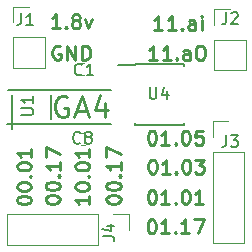
<source format=gto>
G04 #@! TF.GenerationSoftware,KiCad,Pcbnew,5.0.2-bee76a0~70~ubuntu14.04.1*
G04 #@! TF.CreationDate,2018-12-14T16:37:15-07:00*
G04 #@! TF.ProjectId,ga4-evalboard,6761342d-6576-4616-9c62-6f6172642e6b,rev?*
G04 #@! TF.SameCoordinates,Original*
G04 #@! TF.FileFunction,Legend,Top*
G04 #@! TF.FilePolarity,Positive*
%FSLAX46Y46*%
G04 Gerber Fmt 4.6, Leading zero omitted, Abs format (unit mm)*
G04 Created by KiCad (PCBNEW 5.0.2-bee76a0~70~ubuntu14.04.1) date Fri 14 Dec 2018 04:37:15 PM MST*
%MOMM*%
%LPD*%
G01*
G04 APERTURE LIST*
%ADD10C,0.160000*%
%ADD11C,0.250000*%
%ADD12C,0.150000*%
%ADD13C,0.120000*%
G04 APERTURE END LIST*
D10*
X134050000Y-99200000D02*
X142825000Y-99200000D01*
X134000000Y-102100000D02*
X142775000Y-102100000D01*
D11*
X139117857Y-99800000D02*
X138946428Y-99714285D01*
X138689285Y-99714285D01*
X138432142Y-99800000D01*
X138260714Y-99971428D01*
X138175000Y-100142857D01*
X138089285Y-100485714D01*
X138089285Y-100742857D01*
X138175000Y-101085714D01*
X138260714Y-101257142D01*
X138432142Y-101428571D01*
X138689285Y-101514285D01*
X138860714Y-101514285D01*
X139117857Y-101428571D01*
X139203571Y-101342857D01*
X139203571Y-100742857D01*
X138860714Y-100742857D01*
X139889285Y-101000000D02*
X140746428Y-101000000D01*
X139717857Y-101514285D02*
X140317857Y-99714285D01*
X140917857Y-101514285D01*
X142289285Y-100314285D02*
X142289285Y-101514285D01*
X141860714Y-99628571D02*
X141432142Y-100914285D01*
X142546428Y-100914285D01*
X134842857Y-108607142D02*
X134842857Y-108492857D01*
X134900000Y-108378571D01*
X134957142Y-108321428D01*
X135071428Y-108264285D01*
X135300000Y-108207142D01*
X135585714Y-108207142D01*
X135814285Y-108264285D01*
X135928571Y-108321428D01*
X135985714Y-108378571D01*
X136042857Y-108492857D01*
X136042857Y-108607142D01*
X135985714Y-108721428D01*
X135928571Y-108778571D01*
X135814285Y-108835714D01*
X135585714Y-108892857D01*
X135300000Y-108892857D01*
X135071428Y-108835714D01*
X134957142Y-108778571D01*
X134900000Y-108721428D01*
X134842857Y-108607142D01*
X134842857Y-107464285D02*
X134842857Y-107350000D01*
X134900000Y-107235714D01*
X134957142Y-107178571D01*
X135071428Y-107121428D01*
X135300000Y-107064285D01*
X135585714Y-107064285D01*
X135814285Y-107121428D01*
X135928571Y-107178571D01*
X135985714Y-107235714D01*
X136042857Y-107350000D01*
X136042857Y-107464285D01*
X135985714Y-107578571D01*
X135928571Y-107635714D01*
X135814285Y-107692857D01*
X135585714Y-107750000D01*
X135300000Y-107750000D01*
X135071428Y-107692857D01*
X134957142Y-107635714D01*
X134900000Y-107578571D01*
X134842857Y-107464285D01*
X135928571Y-106550000D02*
X135985714Y-106492857D01*
X136042857Y-106550000D01*
X135985714Y-106607142D01*
X135928571Y-106550000D01*
X136042857Y-106550000D01*
X134842857Y-105750000D02*
X134842857Y-105635714D01*
X134900000Y-105521428D01*
X134957142Y-105464285D01*
X135071428Y-105407142D01*
X135300000Y-105350000D01*
X135585714Y-105350000D01*
X135814285Y-105407142D01*
X135928571Y-105464285D01*
X135985714Y-105521428D01*
X136042857Y-105635714D01*
X136042857Y-105750000D01*
X135985714Y-105864285D01*
X135928571Y-105921428D01*
X135814285Y-105978571D01*
X135585714Y-106035714D01*
X135300000Y-106035714D01*
X135071428Y-105978571D01*
X134957142Y-105921428D01*
X134900000Y-105864285D01*
X134842857Y-105750000D01*
X136042857Y-104207142D02*
X136042857Y-104892857D01*
X136042857Y-104550000D02*
X134842857Y-104550000D01*
X135014285Y-104664285D01*
X135128571Y-104778571D01*
X135185714Y-104892857D01*
X146714285Y-96667857D02*
X146028571Y-96667857D01*
X146371428Y-96667857D02*
X146371428Y-95467857D01*
X146257142Y-95639285D01*
X146142857Y-95753571D01*
X146028571Y-95810714D01*
X147857142Y-96667857D02*
X147171428Y-96667857D01*
X147514285Y-96667857D02*
X147514285Y-95467857D01*
X147400000Y-95639285D01*
X147285714Y-95753571D01*
X147171428Y-95810714D01*
X148371428Y-96553571D02*
X148428571Y-96610714D01*
X148371428Y-96667857D01*
X148314285Y-96610714D01*
X148371428Y-96553571D01*
X148371428Y-96667857D01*
X149457142Y-96667857D02*
X149457142Y-96039285D01*
X149400000Y-95925000D01*
X149285714Y-95867857D01*
X149057142Y-95867857D01*
X148942857Y-95925000D01*
X149457142Y-96610714D02*
X149342857Y-96667857D01*
X149057142Y-96667857D01*
X148942857Y-96610714D01*
X148885714Y-96496428D01*
X148885714Y-96382142D01*
X148942857Y-96267857D01*
X149057142Y-96210714D01*
X149342857Y-96210714D01*
X149457142Y-96153571D01*
X150257142Y-95467857D02*
X150485714Y-95467857D01*
X150600000Y-95525000D01*
X150714285Y-95639285D01*
X150771428Y-95867857D01*
X150771428Y-96267857D01*
X150714285Y-96496428D01*
X150600000Y-96610714D01*
X150485714Y-96667857D01*
X150257142Y-96667857D01*
X150142857Y-96610714D01*
X150028571Y-96496428D01*
X149971428Y-96267857D01*
X149971428Y-95867857D01*
X150028571Y-95639285D01*
X150142857Y-95525000D01*
X150257142Y-95467857D01*
X147157142Y-94142857D02*
X146471428Y-94142857D01*
X146814285Y-94142857D02*
X146814285Y-92942857D01*
X146700000Y-93114285D01*
X146585714Y-93228571D01*
X146471428Y-93285714D01*
X148300000Y-94142857D02*
X147614285Y-94142857D01*
X147957142Y-94142857D02*
X147957142Y-92942857D01*
X147842857Y-93114285D01*
X147728571Y-93228571D01*
X147614285Y-93285714D01*
X148814285Y-94028571D02*
X148871428Y-94085714D01*
X148814285Y-94142857D01*
X148757142Y-94085714D01*
X148814285Y-94028571D01*
X148814285Y-94142857D01*
X149900000Y-94142857D02*
X149900000Y-93514285D01*
X149842857Y-93400000D01*
X149728571Y-93342857D01*
X149500000Y-93342857D01*
X149385714Y-93400000D01*
X149900000Y-94085714D02*
X149785714Y-94142857D01*
X149500000Y-94142857D01*
X149385714Y-94085714D01*
X149328571Y-93971428D01*
X149328571Y-93857142D01*
X149385714Y-93742857D01*
X149500000Y-93685714D01*
X149785714Y-93685714D01*
X149900000Y-93628571D01*
X150471428Y-94142857D02*
X150471428Y-93342857D01*
X150471428Y-92942857D02*
X150414285Y-93000000D01*
X150471428Y-93057142D01*
X150528571Y-93000000D01*
X150471428Y-92942857D01*
X150471428Y-93057142D01*
X138531714Y-95525000D02*
X138417428Y-95467857D01*
X138246000Y-95467857D01*
X138074571Y-95525000D01*
X137960285Y-95639285D01*
X137903142Y-95753571D01*
X137846000Y-95982142D01*
X137846000Y-96153571D01*
X137903142Y-96382142D01*
X137960285Y-96496428D01*
X138074571Y-96610714D01*
X138246000Y-96667857D01*
X138360285Y-96667857D01*
X138531714Y-96610714D01*
X138588857Y-96553571D01*
X138588857Y-96153571D01*
X138360285Y-96153571D01*
X139103142Y-96667857D02*
X139103142Y-95467857D01*
X139788857Y-96667857D01*
X139788857Y-95467857D01*
X140360285Y-96667857D02*
X140360285Y-95467857D01*
X140646000Y-95467857D01*
X140817428Y-95525000D01*
X140931714Y-95639285D01*
X140988857Y-95753571D01*
X141046000Y-95982142D01*
X141046000Y-96153571D01*
X140988857Y-96382142D01*
X140931714Y-96496428D01*
X140817428Y-96610714D01*
X140646000Y-96667857D01*
X140360285Y-96667857D01*
X138474571Y-94014857D02*
X137788857Y-94014857D01*
X138131714Y-94014857D02*
X138131714Y-92814857D01*
X138017428Y-92986285D01*
X137903142Y-93100571D01*
X137788857Y-93157714D01*
X138988857Y-93900571D02*
X139046000Y-93957714D01*
X138988857Y-94014857D01*
X138931714Y-93957714D01*
X138988857Y-93900571D01*
X138988857Y-94014857D01*
X139731714Y-93329142D02*
X139617428Y-93272000D01*
X139560285Y-93214857D01*
X139503142Y-93100571D01*
X139503142Y-93043428D01*
X139560285Y-92929142D01*
X139617428Y-92872000D01*
X139731714Y-92814857D01*
X139960285Y-92814857D01*
X140074571Y-92872000D01*
X140131714Y-92929142D01*
X140188857Y-93043428D01*
X140188857Y-93100571D01*
X140131714Y-93214857D01*
X140074571Y-93272000D01*
X139960285Y-93329142D01*
X139731714Y-93329142D01*
X139617428Y-93386285D01*
X139560285Y-93443428D01*
X139503142Y-93557714D01*
X139503142Y-93786285D01*
X139560285Y-93900571D01*
X139617428Y-93957714D01*
X139731714Y-94014857D01*
X139960285Y-94014857D01*
X140074571Y-93957714D01*
X140131714Y-93900571D01*
X140188857Y-93786285D01*
X140188857Y-93557714D01*
X140131714Y-93443428D01*
X140074571Y-93386285D01*
X139960285Y-93329142D01*
X140588857Y-93214857D02*
X140874571Y-94014857D01*
X141160285Y-93214857D01*
X146217857Y-102667857D02*
X146332142Y-102667857D01*
X146446428Y-102725000D01*
X146503571Y-102782142D01*
X146560714Y-102896428D01*
X146617857Y-103125000D01*
X146617857Y-103410714D01*
X146560714Y-103639285D01*
X146503571Y-103753571D01*
X146446428Y-103810714D01*
X146332142Y-103867857D01*
X146217857Y-103867857D01*
X146103571Y-103810714D01*
X146046428Y-103753571D01*
X145989285Y-103639285D01*
X145932142Y-103410714D01*
X145932142Y-103125000D01*
X145989285Y-102896428D01*
X146046428Y-102782142D01*
X146103571Y-102725000D01*
X146217857Y-102667857D01*
X147760714Y-103867857D02*
X147075000Y-103867857D01*
X147417857Y-103867857D02*
X147417857Y-102667857D01*
X147303571Y-102839285D01*
X147189285Y-102953571D01*
X147075000Y-103010714D01*
X148275000Y-103753571D02*
X148332142Y-103810714D01*
X148275000Y-103867857D01*
X148217857Y-103810714D01*
X148275000Y-103753571D01*
X148275000Y-103867857D01*
X149075000Y-102667857D02*
X149189285Y-102667857D01*
X149303571Y-102725000D01*
X149360714Y-102782142D01*
X149417857Y-102896428D01*
X149475000Y-103125000D01*
X149475000Y-103410714D01*
X149417857Y-103639285D01*
X149360714Y-103753571D01*
X149303571Y-103810714D01*
X149189285Y-103867857D01*
X149075000Y-103867857D01*
X148960714Y-103810714D01*
X148903571Y-103753571D01*
X148846428Y-103639285D01*
X148789285Y-103410714D01*
X148789285Y-103125000D01*
X148846428Y-102896428D01*
X148903571Y-102782142D01*
X148960714Y-102725000D01*
X149075000Y-102667857D01*
X150560714Y-102667857D02*
X149989285Y-102667857D01*
X149932142Y-103239285D01*
X149989285Y-103182142D01*
X150103571Y-103125000D01*
X150389285Y-103125000D01*
X150503571Y-103182142D01*
X150560714Y-103239285D01*
X150617857Y-103353571D01*
X150617857Y-103639285D01*
X150560714Y-103753571D01*
X150503571Y-103810714D01*
X150389285Y-103867857D01*
X150103571Y-103867857D01*
X149989285Y-103810714D01*
X149932142Y-103753571D01*
X146267857Y-105117857D02*
X146382142Y-105117857D01*
X146496428Y-105175000D01*
X146553571Y-105232142D01*
X146610714Y-105346428D01*
X146667857Y-105575000D01*
X146667857Y-105860714D01*
X146610714Y-106089285D01*
X146553571Y-106203571D01*
X146496428Y-106260714D01*
X146382142Y-106317857D01*
X146267857Y-106317857D01*
X146153571Y-106260714D01*
X146096428Y-106203571D01*
X146039285Y-106089285D01*
X145982142Y-105860714D01*
X145982142Y-105575000D01*
X146039285Y-105346428D01*
X146096428Y-105232142D01*
X146153571Y-105175000D01*
X146267857Y-105117857D01*
X147810714Y-106317857D02*
X147125000Y-106317857D01*
X147467857Y-106317857D02*
X147467857Y-105117857D01*
X147353571Y-105289285D01*
X147239285Y-105403571D01*
X147125000Y-105460714D01*
X148325000Y-106203571D02*
X148382142Y-106260714D01*
X148325000Y-106317857D01*
X148267857Y-106260714D01*
X148325000Y-106203571D01*
X148325000Y-106317857D01*
X149125000Y-105117857D02*
X149239285Y-105117857D01*
X149353571Y-105175000D01*
X149410714Y-105232142D01*
X149467857Y-105346428D01*
X149525000Y-105575000D01*
X149525000Y-105860714D01*
X149467857Y-106089285D01*
X149410714Y-106203571D01*
X149353571Y-106260714D01*
X149239285Y-106317857D01*
X149125000Y-106317857D01*
X149010714Y-106260714D01*
X148953571Y-106203571D01*
X148896428Y-106089285D01*
X148839285Y-105860714D01*
X148839285Y-105575000D01*
X148896428Y-105346428D01*
X148953571Y-105232142D01*
X149010714Y-105175000D01*
X149125000Y-105117857D01*
X149925000Y-105117857D02*
X150667857Y-105117857D01*
X150267857Y-105575000D01*
X150439285Y-105575000D01*
X150553571Y-105632142D01*
X150610714Y-105689285D01*
X150667857Y-105803571D01*
X150667857Y-106089285D01*
X150610714Y-106203571D01*
X150553571Y-106260714D01*
X150439285Y-106317857D01*
X150096428Y-106317857D01*
X149982142Y-106260714D01*
X149925000Y-106203571D01*
X146217857Y-107692857D02*
X146332142Y-107692857D01*
X146446428Y-107750000D01*
X146503571Y-107807142D01*
X146560714Y-107921428D01*
X146617857Y-108150000D01*
X146617857Y-108435714D01*
X146560714Y-108664285D01*
X146503571Y-108778571D01*
X146446428Y-108835714D01*
X146332142Y-108892857D01*
X146217857Y-108892857D01*
X146103571Y-108835714D01*
X146046428Y-108778571D01*
X145989285Y-108664285D01*
X145932142Y-108435714D01*
X145932142Y-108150000D01*
X145989285Y-107921428D01*
X146046428Y-107807142D01*
X146103571Y-107750000D01*
X146217857Y-107692857D01*
X147760714Y-108892857D02*
X147075000Y-108892857D01*
X147417857Y-108892857D02*
X147417857Y-107692857D01*
X147303571Y-107864285D01*
X147189285Y-107978571D01*
X147075000Y-108035714D01*
X148275000Y-108778571D02*
X148332142Y-108835714D01*
X148275000Y-108892857D01*
X148217857Y-108835714D01*
X148275000Y-108778571D01*
X148275000Y-108892857D01*
X149075000Y-107692857D02*
X149189285Y-107692857D01*
X149303571Y-107750000D01*
X149360714Y-107807142D01*
X149417857Y-107921428D01*
X149475000Y-108150000D01*
X149475000Y-108435714D01*
X149417857Y-108664285D01*
X149360714Y-108778571D01*
X149303571Y-108835714D01*
X149189285Y-108892857D01*
X149075000Y-108892857D01*
X148960714Y-108835714D01*
X148903571Y-108778571D01*
X148846428Y-108664285D01*
X148789285Y-108435714D01*
X148789285Y-108150000D01*
X148846428Y-107921428D01*
X148903571Y-107807142D01*
X148960714Y-107750000D01*
X149075000Y-107692857D01*
X150617857Y-108892857D02*
X149932142Y-108892857D01*
X150275000Y-108892857D02*
X150275000Y-107692857D01*
X150160714Y-107864285D01*
X150046428Y-107978571D01*
X149932142Y-108035714D01*
X146192857Y-110167857D02*
X146307142Y-110167857D01*
X146421428Y-110225000D01*
X146478571Y-110282142D01*
X146535714Y-110396428D01*
X146592857Y-110625000D01*
X146592857Y-110910714D01*
X146535714Y-111139285D01*
X146478571Y-111253571D01*
X146421428Y-111310714D01*
X146307142Y-111367857D01*
X146192857Y-111367857D01*
X146078571Y-111310714D01*
X146021428Y-111253571D01*
X145964285Y-111139285D01*
X145907142Y-110910714D01*
X145907142Y-110625000D01*
X145964285Y-110396428D01*
X146021428Y-110282142D01*
X146078571Y-110225000D01*
X146192857Y-110167857D01*
X147735714Y-111367857D02*
X147050000Y-111367857D01*
X147392857Y-111367857D02*
X147392857Y-110167857D01*
X147278571Y-110339285D01*
X147164285Y-110453571D01*
X147050000Y-110510714D01*
X148250000Y-111253571D02*
X148307142Y-111310714D01*
X148250000Y-111367857D01*
X148192857Y-111310714D01*
X148250000Y-111253571D01*
X148250000Y-111367857D01*
X149450000Y-111367857D02*
X148764285Y-111367857D01*
X149107142Y-111367857D02*
X149107142Y-110167857D01*
X148992857Y-110339285D01*
X148878571Y-110453571D01*
X148764285Y-110510714D01*
X149850000Y-110167857D02*
X150650000Y-110167857D01*
X150135714Y-111367857D01*
X142417857Y-108557142D02*
X142417857Y-108442857D01*
X142475000Y-108328571D01*
X142532142Y-108271428D01*
X142646428Y-108214285D01*
X142875000Y-108157142D01*
X143160714Y-108157142D01*
X143389285Y-108214285D01*
X143503571Y-108271428D01*
X143560714Y-108328571D01*
X143617857Y-108442857D01*
X143617857Y-108557142D01*
X143560714Y-108671428D01*
X143503571Y-108728571D01*
X143389285Y-108785714D01*
X143160714Y-108842857D01*
X142875000Y-108842857D01*
X142646428Y-108785714D01*
X142532142Y-108728571D01*
X142475000Y-108671428D01*
X142417857Y-108557142D01*
X142417857Y-107414285D02*
X142417857Y-107300000D01*
X142475000Y-107185714D01*
X142532142Y-107128571D01*
X142646428Y-107071428D01*
X142875000Y-107014285D01*
X143160714Y-107014285D01*
X143389285Y-107071428D01*
X143503571Y-107128571D01*
X143560714Y-107185714D01*
X143617857Y-107300000D01*
X143617857Y-107414285D01*
X143560714Y-107528571D01*
X143503571Y-107585714D01*
X143389285Y-107642857D01*
X143160714Y-107700000D01*
X142875000Y-107700000D01*
X142646428Y-107642857D01*
X142532142Y-107585714D01*
X142475000Y-107528571D01*
X142417857Y-107414285D01*
X143503571Y-106500000D02*
X143560714Y-106442857D01*
X143617857Y-106500000D01*
X143560714Y-106557142D01*
X143503571Y-106500000D01*
X143617857Y-106500000D01*
X143617857Y-105300000D02*
X143617857Y-105985714D01*
X143617857Y-105642857D02*
X142417857Y-105642857D01*
X142589285Y-105757142D01*
X142703571Y-105871428D01*
X142760714Y-105985714D01*
X142417857Y-104900000D02*
X142417857Y-104100000D01*
X143617857Y-104614285D01*
X140967857Y-108207142D02*
X140967857Y-108892857D01*
X140967857Y-108550000D02*
X139767857Y-108550000D01*
X139939285Y-108664285D01*
X140053571Y-108778571D01*
X140110714Y-108892857D01*
X139767857Y-107464285D02*
X139767857Y-107350000D01*
X139825000Y-107235714D01*
X139882142Y-107178571D01*
X139996428Y-107121428D01*
X140225000Y-107064285D01*
X140510714Y-107064285D01*
X140739285Y-107121428D01*
X140853571Y-107178571D01*
X140910714Y-107235714D01*
X140967857Y-107350000D01*
X140967857Y-107464285D01*
X140910714Y-107578571D01*
X140853571Y-107635714D01*
X140739285Y-107692857D01*
X140510714Y-107750000D01*
X140225000Y-107750000D01*
X139996428Y-107692857D01*
X139882142Y-107635714D01*
X139825000Y-107578571D01*
X139767857Y-107464285D01*
X140853571Y-106550000D02*
X140910714Y-106492857D01*
X140967857Y-106550000D01*
X140910714Y-106607142D01*
X140853571Y-106550000D01*
X140967857Y-106550000D01*
X139767857Y-105750000D02*
X139767857Y-105635714D01*
X139825000Y-105521428D01*
X139882142Y-105464285D01*
X139996428Y-105407142D01*
X140225000Y-105350000D01*
X140510714Y-105350000D01*
X140739285Y-105407142D01*
X140853571Y-105464285D01*
X140910714Y-105521428D01*
X140967857Y-105635714D01*
X140967857Y-105750000D01*
X140910714Y-105864285D01*
X140853571Y-105921428D01*
X140739285Y-105978571D01*
X140510714Y-106035714D01*
X140225000Y-106035714D01*
X139996428Y-105978571D01*
X139882142Y-105921428D01*
X139825000Y-105864285D01*
X139767857Y-105750000D01*
X140967857Y-104207142D02*
X140967857Y-104892857D01*
X140967857Y-104550000D02*
X139767857Y-104550000D01*
X139939285Y-104664285D01*
X140053571Y-104778571D01*
X140110714Y-104892857D01*
X137267857Y-108557142D02*
X137267857Y-108442857D01*
X137325000Y-108328571D01*
X137382142Y-108271428D01*
X137496428Y-108214285D01*
X137725000Y-108157142D01*
X138010714Y-108157142D01*
X138239285Y-108214285D01*
X138353571Y-108271428D01*
X138410714Y-108328571D01*
X138467857Y-108442857D01*
X138467857Y-108557142D01*
X138410714Y-108671428D01*
X138353571Y-108728571D01*
X138239285Y-108785714D01*
X138010714Y-108842857D01*
X137725000Y-108842857D01*
X137496428Y-108785714D01*
X137382142Y-108728571D01*
X137325000Y-108671428D01*
X137267857Y-108557142D01*
X137267857Y-107414285D02*
X137267857Y-107300000D01*
X137325000Y-107185714D01*
X137382142Y-107128571D01*
X137496428Y-107071428D01*
X137725000Y-107014285D01*
X138010714Y-107014285D01*
X138239285Y-107071428D01*
X138353571Y-107128571D01*
X138410714Y-107185714D01*
X138467857Y-107300000D01*
X138467857Y-107414285D01*
X138410714Y-107528571D01*
X138353571Y-107585714D01*
X138239285Y-107642857D01*
X138010714Y-107700000D01*
X137725000Y-107700000D01*
X137496428Y-107642857D01*
X137382142Y-107585714D01*
X137325000Y-107528571D01*
X137267857Y-107414285D01*
X138353571Y-106500000D02*
X138410714Y-106442857D01*
X138467857Y-106500000D01*
X138410714Y-106557142D01*
X138353571Y-106500000D01*
X138467857Y-106500000D01*
X138467857Y-105300000D02*
X138467857Y-105985714D01*
X138467857Y-105642857D02*
X137267857Y-105642857D01*
X137439285Y-105757142D01*
X137553571Y-105871428D01*
X137610714Y-105985714D01*
X137267857Y-104900000D02*
X137267857Y-104100000D01*
X138467857Y-104614285D01*
D12*
G04 #@! TO.C,U4*
X144800000Y-97025000D02*
X144800000Y-97075000D01*
X148950000Y-97025000D02*
X148950000Y-97170000D01*
X148950000Y-102175000D02*
X148950000Y-102030000D01*
X144800000Y-102175000D02*
X144800000Y-102030000D01*
X144800000Y-97025000D02*
X148950000Y-97025000D01*
X144800000Y-102175000D02*
X148950000Y-102175000D01*
X144800000Y-97075000D02*
X143400000Y-97075000D01*
D13*
G04 #@! TO.C,C1*
X140224721Y-97985000D02*
X140550279Y-97985000D01*
X140224721Y-96965000D02*
X140550279Y-96965000D01*
G04 #@! TO.C,C8*
X140249721Y-102865000D02*
X140575279Y-102865000D01*
X140249721Y-103885000D02*
X140575279Y-103885000D01*
G04 #@! TO.C,J1*
X134520000Y-92170000D02*
X135850000Y-92170000D01*
X134520000Y-93500000D02*
X134520000Y-92170000D01*
X134520000Y-94770000D02*
X137180000Y-94770000D01*
X137180000Y-94770000D02*
X137180000Y-97370000D01*
X134520000Y-94770000D02*
X134520000Y-97370000D01*
X134520000Y-97370000D02*
X137180000Y-97370000D01*
G04 #@! TO.C,J2*
X151545000Y-97570000D02*
X154205000Y-97570000D01*
X151545000Y-94970000D02*
X151545000Y-97570000D01*
X154205000Y-94970000D02*
X154205000Y-97570000D01*
X151545000Y-94970000D02*
X154205000Y-94970000D01*
X151545000Y-93700000D02*
X151545000Y-92370000D01*
X151545000Y-92370000D02*
X152875000Y-92370000D01*
D12*
G04 #@! TO.C,U1*
X137700000Y-101725000D02*
X137700000Y-99625000D01*
X134450000Y-102500000D02*
X134450000Y-99625000D01*
D13*
G04 #@! TO.C,J3*
X151420000Y-112150000D02*
X154080000Y-112150000D01*
X151420000Y-104470000D02*
X151420000Y-112150000D01*
X154080000Y-104470000D02*
X154080000Y-112150000D01*
X151420000Y-104470000D02*
X154080000Y-104470000D01*
X151420000Y-103200000D02*
X151420000Y-101870000D01*
X151420000Y-101870000D02*
X152750000Y-101870000D01*
G04 #@! TO.C,J4*
X144305000Y-109720000D02*
X144305000Y-111050000D01*
X142975000Y-109720000D02*
X144305000Y-109720000D01*
X141705000Y-109720000D02*
X141705000Y-112380000D01*
X141705000Y-112380000D02*
X134025000Y-112380000D01*
X141705000Y-109720000D02*
X134025000Y-109720000D01*
X134025000Y-109720000D02*
X134025000Y-112380000D01*
G04 #@! TO.C,U4*
D12*
X146088095Y-98997380D02*
X146088095Y-99806904D01*
X146135714Y-99902142D01*
X146183333Y-99949761D01*
X146278571Y-99997380D01*
X146469047Y-99997380D01*
X146564285Y-99949761D01*
X146611904Y-99902142D01*
X146659523Y-99806904D01*
X146659523Y-98997380D01*
X147564285Y-99330714D02*
X147564285Y-99997380D01*
X147326190Y-98949761D02*
X147088095Y-99664047D01*
X147707142Y-99664047D01*
G04 #@! TO.C,C1*
X140358333Y-97907142D02*
X140310714Y-97954761D01*
X140167857Y-98002380D01*
X140072619Y-98002380D01*
X139929761Y-97954761D01*
X139834523Y-97859523D01*
X139786904Y-97764285D01*
X139739285Y-97573809D01*
X139739285Y-97430952D01*
X139786904Y-97240476D01*
X139834523Y-97145238D01*
X139929761Y-97050000D01*
X140072619Y-97002380D01*
X140167857Y-97002380D01*
X140310714Y-97050000D01*
X140358333Y-97097619D01*
X141310714Y-98002380D02*
X140739285Y-98002380D01*
X141025000Y-98002380D02*
X141025000Y-97002380D01*
X140929761Y-97145238D01*
X140834523Y-97240476D01*
X140739285Y-97288095D01*
G04 #@! TO.C,C8*
X140220833Y-103682142D02*
X140173214Y-103729761D01*
X140030357Y-103777380D01*
X139935119Y-103777380D01*
X139792261Y-103729761D01*
X139697023Y-103634523D01*
X139649404Y-103539285D01*
X139601785Y-103348809D01*
X139601785Y-103205952D01*
X139649404Y-103015476D01*
X139697023Y-102920238D01*
X139792261Y-102825000D01*
X139935119Y-102777380D01*
X140030357Y-102777380D01*
X140173214Y-102825000D01*
X140220833Y-102872619D01*
X140792261Y-103205952D02*
X140697023Y-103158333D01*
X140649404Y-103110714D01*
X140601785Y-103015476D01*
X140601785Y-102967857D01*
X140649404Y-102872619D01*
X140697023Y-102825000D01*
X140792261Y-102777380D01*
X140982738Y-102777380D01*
X141077976Y-102825000D01*
X141125595Y-102872619D01*
X141173214Y-102967857D01*
X141173214Y-103015476D01*
X141125595Y-103110714D01*
X141077976Y-103158333D01*
X140982738Y-103205952D01*
X140792261Y-103205952D01*
X140697023Y-103253571D01*
X140649404Y-103301190D01*
X140601785Y-103396428D01*
X140601785Y-103586904D01*
X140649404Y-103682142D01*
X140697023Y-103729761D01*
X140792261Y-103777380D01*
X140982738Y-103777380D01*
X141077976Y-103729761D01*
X141125595Y-103682142D01*
X141173214Y-103586904D01*
X141173214Y-103396428D01*
X141125595Y-103301190D01*
X141077976Y-103253571D01*
X140982738Y-103205952D01*
G04 #@! TO.C,J1*
X135216666Y-92727380D02*
X135216666Y-93441666D01*
X135169047Y-93584523D01*
X135073809Y-93679761D01*
X134930952Y-93727380D01*
X134835714Y-93727380D01*
X136216666Y-93727380D02*
X135645238Y-93727380D01*
X135930952Y-93727380D02*
X135930952Y-92727380D01*
X135835714Y-92870238D01*
X135740476Y-92965476D01*
X135645238Y-93013095D01*
G04 #@! TO.C,J2*
X152566666Y-92652380D02*
X152566666Y-93366666D01*
X152519047Y-93509523D01*
X152423809Y-93604761D01*
X152280952Y-93652380D01*
X152185714Y-93652380D01*
X152995238Y-92747619D02*
X153042857Y-92700000D01*
X153138095Y-92652380D01*
X153376190Y-92652380D01*
X153471428Y-92700000D01*
X153519047Y-92747619D01*
X153566666Y-92842857D01*
X153566666Y-92938095D01*
X153519047Y-93080952D01*
X152947619Y-93652380D01*
X153566666Y-93652380D01*
G04 #@! TO.C,U1*
X135227380Y-101336904D02*
X136036904Y-101336904D01*
X136132142Y-101289285D01*
X136179761Y-101241666D01*
X136227380Y-101146428D01*
X136227380Y-100955952D01*
X136179761Y-100860714D01*
X136132142Y-100813095D01*
X136036904Y-100765476D01*
X135227380Y-100765476D01*
X136227380Y-99765476D02*
X136227380Y-100336904D01*
X136227380Y-100051190D02*
X135227380Y-100051190D01*
X135370238Y-100146428D01*
X135465476Y-100241666D01*
X135513095Y-100336904D01*
G04 #@! TO.C,J3*
X152566666Y-103052380D02*
X152566666Y-103766666D01*
X152519047Y-103909523D01*
X152423809Y-104004761D01*
X152280952Y-104052380D01*
X152185714Y-104052380D01*
X152947619Y-103052380D02*
X153566666Y-103052380D01*
X153233333Y-103433333D01*
X153376190Y-103433333D01*
X153471428Y-103480952D01*
X153519047Y-103528571D01*
X153566666Y-103623809D01*
X153566666Y-103861904D01*
X153519047Y-103957142D01*
X153471428Y-104004761D01*
X153376190Y-104052380D01*
X153090476Y-104052380D01*
X152995238Y-104004761D01*
X152947619Y-103957142D01*
G04 #@! TO.C,J4*
X142102380Y-111633333D02*
X142816666Y-111633333D01*
X142959523Y-111680952D01*
X143054761Y-111776190D01*
X143102380Y-111919047D01*
X143102380Y-112014285D01*
X142435714Y-110728571D02*
X143102380Y-110728571D01*
X142054761Y-110966666D02*
X142769047Y-111204761D01*
X142769047Y-110585714D01*
G04 #@! TD*
M02*

</source>
